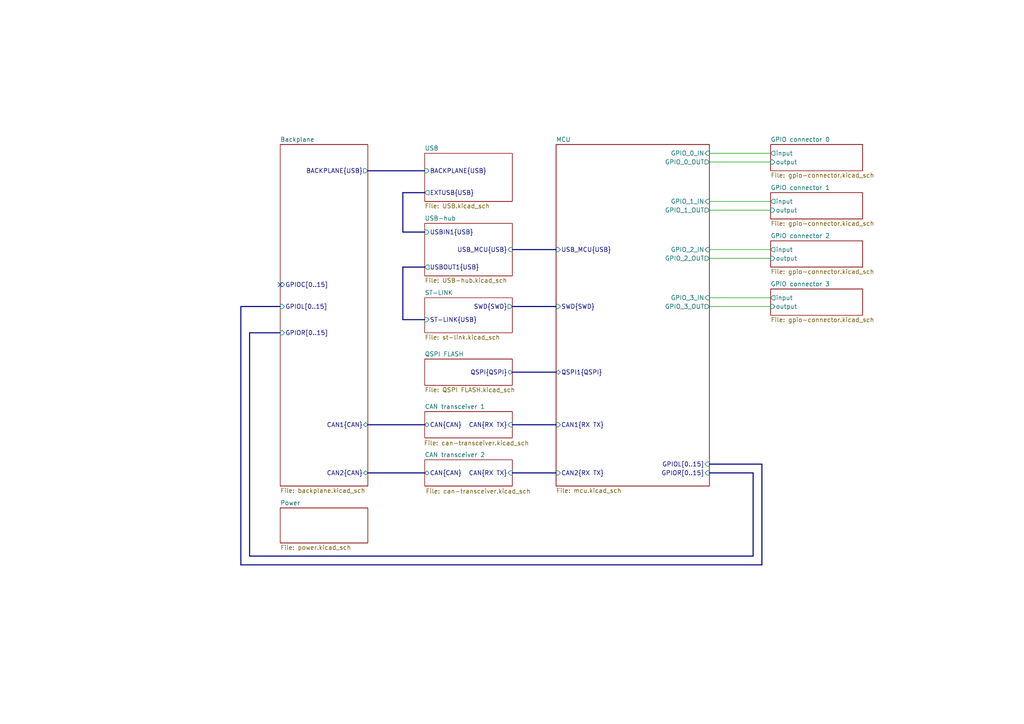
<source format=kicad_sch>
(kicad_sch
	(version 20250114)
	(generator "eeschema")
	(generator_version "9.0")
	(uuid "090a8e41-87a8-4fb1-998b-60a2c0dc4cee")
	(paper "A4")
	(title_block
		(title "ModuCard GPIO module")
		(date "2025-06-19")
		(rev "1.0.0")
		(company "KoNaR")
		(comment 1 "Base project authors: Dominik Pluta, Artem Horiunov")
		(comment 2 "Project author: Dominik Pluta")
	)
	(lib_symbols)
	(bus_alias "CAN"
		(members "+" "-")
	)
	(no_connect
		(at 81.28 82.55)
		(uuid "225d1b4d-20a1-48d7-98fe-8709d91fa2b8")
	)
	(bus
		(pts
			(xy 69.85 163.83) (xy 220.98 163.83)
		)
		(stroke
			(width 0)
			(type default)
		)
		(uuid "02224359-4c52-4ecd-b8cf-80f5431431bf")
	)
	(bus
		(pts
			(xy 220.98 134.62) (xy 205.74 134.62)
		)
		(stroke
			(width 0)
			(type default)
		)
		(uuid "0407d099-5494-4242-bda7-d7b7865a4e28")
	)
	(wire
		(pts
			(xy 205.74 86.36) (xy 223.52 86.36)
		)
		(stroke
			(width 0)
			(type default)
		)
		(uuid "045b8b70-60a3-4945-84d6-25a9eef5cf95")
	)
	(bus
		(pts
			(xy 123.19 77.47) (xy 116.84 77.47)
		)
		(stroke
			(width 0)
			(type default)
		)
		(uuid "088fd8c2-eebb-4af1-bbe0-793e15cd7b8f")
	)
	(wire
		(pts
			(xy 205.74 60.96) (xy 223.52 60.96)
		)
		(stroke
			(width 0)
			(type default)
		)
		(uuid "09da36c6-59f5-4537-8069-2872155750b9")
	)
	(bus
		(pts
			(xy 106.68 123.19) (xy 123.19 123.19)
		)
		(stroke
			(width 0)
			(type default)
		)
		(uuid "0b7c907d-f1c4-42f1-b83e-70387c7fa799")
	)
	(bus
		(pts
			(xy 148.59 72.39) (xy 161.29 72.39)
		)
		(stroke
			(width 0)
			(type default)
		)
		(uuid "0c1d7469-42a8-449b-8405-80a700e5dd75")
	)
	(bus
		(pts
			(xy 69.85 88.9) (xy 69.85 163.83)
		)
		(stroke
			(width 0)
			(type default)
		)
		(uuid "0ef48373-029c-47e2-8d0d-b3f741625071")
	)
	(bus
		(pts
			(xy 218.44 137.16) (xy 218.44 161.29)
		)
		(stroke
			(width 0)
			(type default)
		)
		(uuid "360e8c43-e525-45cb-930f-6d67e32926a5")
	)
	(bus
		(pts
			(xy 123.19 55.88) (xy 116.84 55.88)
		)
		(stroke
			(width 0)
			(type default)
		)
		(uuid "3922af01-4562-42b3-9ff2-97c27f6880db")
	)
	(wire
		(pts
			(xy 205.74 58.42) (xy 223.52 58.42)
		)
		(stroke
			(width 0)
			(type default)
		)
		(uuid "395014b2-282e-4a1c-856b-535b688eb1b1")
	)
	(bus
		(pts
			(xy 106.68 49.53) (xy 123.19 49.53)
		)
		(stroke
			(width 0)
			(type default)
		)
		(uuid "42069d11-2d8b-4c0c-a1bb-3e4cb654db23")
	)
	(bus
		(pts
			(xy 218.44 161.29) (xy 72.39 161.29)
		)
		(stroke
			(width 0)
			(type default)
		)
		(uuid "47e5007a-fe09-44e3-ab94-34344dce8e09")
	)
	(wire
		(pts
			(xy 205.74 88.9) (xy 223.52 88.9)
		)
		(stroke
			(width 0)
			(type default)
		)
		(uuid "4d34226d-9672-456c-9e51-9362fe3eb170")
	)
	(wire
		(pts
			(xy 205.74 46.99) (xy 223.52 46.99)
		)
		(stroke
			(width 0)
			(type default)
		)
		(uuid "6740cc8c-8f1f-4a92-bb71-c26ae9ded073")
	)
	(bus
		(pts
			(xy 220.98 163.83) (xy 220.98 134.62)
		)
		(stroke
			(width 0)
			(type default)
		)
		(uuid "74669b8b-183d-4ad0-af1e-650efb70d903")
	)
	(bus
		(pts
			(xy 148.59 137.16) (xy 161.29 137.16)
		)
		(stroke
			(width 0)
			(type default)
		)
		(uuid "7ffc347e-25a7-4285-8492-119d5028459a")
	)
	(wire
		(pts
			(xy 205.74 72.39) (xy 223.52 72.39)
		)
		(stroke
			(width 0)
			(type default)
		)
		(uuid "84204010-e211-4441-bb7f-bfa229bfd576")
	)
	(bus
		(pts
			(xy 81.28 88.9) (xy 69.85 88.9)
		)
		(stroke
			(width 0)
			(type default)
		)
		(uuid "abbcdc94-638f-4188-a649-4c38cf8a9e0f")
	)
	(bus
		(pts
			(xy 72.39 161.29) (xy 72.39 96.52)
		)
		(stroke
			(width 0)
			(type default)
		)
		(uuid "af8fd581-2ac2-4b87-b897-780787ca2c73")
	)
	(bus
		(pts
			(xy 218.44 137.16) (xy 205.74 137.16)
		)
		(stroke
			(width 0)
			(type default)
		)
		(uuid "bcfd89d2-80c6-4084-9b18-34dde1bce0ab")
	)
	(bus
		(pts
			(xy 148.59 107.95) (xy 161.29 107.95)
		)
		(stroke
			(width 0)
			(type default)
		)
		(uuid "bf0de6b0-0fc9-4b0f-912e-193053f69f46")
	)
	(bus
		(pts
			(xy 116.84 92.71) (xy 123.19 92.71)
		)
		(stroke
			(width 0)
			(type default)
		)
		(uuid "c7a70df5-1b4b-46c9-a0b5-092a546e1998")
	)
	(bus
		(pts
			(xy 106.68 137.16) (xy 123.19 137.16)
		)
		(stroke
			(width 0)
			(type default)
		)
		(uuid "c8659fb4-8309-4884-99fe-e479e3dbee23")
	)
	(bus
		(pts
			(xy 72.39 96.52) (xy 81.28 96.52)
		)
		(stroke
			(width 0)
			(type default)
		)
		(uuid "ca4a4443-67f4-4f91-9b15-421783a9f253")
	)
	(bus
		(pts
			(xy 116.84 55.88) (xy 116.84 67.31)
		)
		(stroke
			(width 0)
			(type default)
		)
		(uuid "d346c99e-d019-4069-bd82-8cd62f31a854")
	)
	(bus
		(pts
			(xy 116.84 67.31) (xy 123.19 67.31)
		)
		(stroke
			(width 0)
			(type default)
		)
		(uuid "d483e764-8507-449d-983b-24a260b85a68")
	)
	(bus
		(pts
			(xy 148.59 88.9) (xy 161.29 88.9)
		)
		(stroke
			(width 0)
			(type default)
		)
		(uuid "e0896ddb-f544-4d74-9e0f-10bfadbbdd75")
	)
	(wire
		(pts
			(xy 205.74 44.45) (xy 223.52 44.45)
		)
		(stroke
			(width 0)
			(type default)
		)
		(uuid "e372da7b-2435-41d9-b7df-1ce299d1debc")
	)
	(bus
		(pts
			(xy 148.59 123.19) (xy 161.29 123.19)
		)
		(stroke
			(width 0)
			(type default)
		)
		(uuid "ef28c418-2b23-4a89-a4bc-eaba24d2bbc8")
	)
	(bus
		(pts
			(xy 116.84 77.47) (xy 116.84 92.71)
		)
		(stroke
			(width 0)
			(type default)
		)
		(uuid "f1a21ac5-05c7-4b93-b021-879868b83e38")
	)
	(wire
		(pts
			(xy 205.74 74.93) (xy 223.52 74.93)
		)
		(stroke
			(width 0)
			(type default)
		)
		(uuid "fefc92a3-0052-4513-9b49-ecef89479cdf")
	)
	(sheet
		(at 123.19 133.35)
		(size 25.4 7.62)
		(exclude_from_sim no)
		(in_bom yes)
		(on_board yes)
		(dnp no)
		(stroke
			(width 0.1524)
			(type solid)
		)
		(fill
			(color 0 0 0 0.0000)
		)
		(uuid "0158e235-e8c1-4e7e-a900-a22642d17049")
		(property "Sheetname" "CAN transceiver 2"
			(at 123.19 132.6384 0)
			(effects
				(font
					(size 1.27 1.27)
				)
				(justify left bottom)
			)
		)
		(property "Sheetfile" "can-transceiver.kicad_sch"
			(at 123.444 141.732 0)
			(effects
				(font
					(size 1.27 1.27)
				)
				(justify left top)
			)
		)
		(pin "CAN{RX TX}" input
			(at 148.59 137.16 0)
			(uuid "4671fdb0-d0e0-441d-8d1d-4860636d85e9")
			(effects
				(font
					(size 1.27 1.27)
				)
				(justify right)
			)
		)
		(pin "CAN{CAN}" bidirectional
			(at 123.19 137.16 180)
			(uuid "858eda0b-4235-4ae8-86e3-335d4ad9a1da")
			(effects
				(font
					(size 1.27 1.27)
				)
				(justify left)
			)
		)
		(instances
			(project "gpio-module"
				(path "/090a8e41-87a8-4fb1-998b-60a2c0dc4cee"
					(page "6")
				)
			)
		)
	)
	(sheet
		(at 223.52 55.88)
		(size 26.67 7.62)
		(exclude_from_sim no)
		(in_bom yes)
		(on_board yes)
		(dnp no)
		(fields_autoplaced yes)
		(stroke
			(width 0.1524)
			(type solid)
		)
		(fill
			(color 0 0 0 0.0000)
		)
		(uuid "2eacc112-c748-4514-8f19-54a63b484540")
		(property "Sheetname" "GPIO connector 1"
			(at 223.52 55.1684 0)
			(effects
				(font
					(size 1.27 1.27)
				)
				(justify left bottom)
			)
		)
		(property "Sheetfile" "gpio-connector.kicad_sch"
			(at 223.52 64.0846 0)
			(effects
				(font
					(size 1.27 1.27)
				)
				(justify left top)
			)
		)
		(pin "output" input
			(at 223.52 60.96 180)
			(uuid "d69357fd-8b72-4bca-be4d-7491adc21a71")
			(effects
				(font
					(size 1.27 1.27)
				)
				(justify left)
			)
		)
		(pin "input" output
			(at 223.52 58.42 180)
			(uuid "23cd9c84-be67-41d9-bba2-8696fd310b3f")
			(effects
				(font
					(size 1.27 1.27)
				)
				(justify left)
			)
		)
		(instances
			(project "gpio-module"
				(path "/090a8e41-87a8-4fb1-998b-60a2c0dc4cee"
					(page "13")
				)
			)
		)
	)
	(sheet
		(at 223.52 83.82)
		(size 26.67 7.62)
		(exclude_from_sim no)
		(in_bom yes)
		(on_board yes)
		(dnp no)
		(fields_autoplaced yes)
		(stroke
			(width 0.1524)
			(type solid)
		)
		(fill
			(color 0 0 0 0.0000)
		)
		(uuid "3ce14170-f6f1-4e98-bfea-8e2751441f01")
		(property "Sheetname" "GPIO connector 3"
			(at 223.52 83.1084 0)
			(effects
				(font
					(size 1.27 1.27)
				)
				(justify left bottom)
			)
		)
		(property "Sheetfile" "gpio-connector.kicad_sch"
			(at 223.52 92.0246 0)
			(effects
				(font
					(size 1.27 1.27)
				)
				(justify left top)
			)
		)
		(pin "output" input
			(at 223.52 88.9 180)
			(uuid "a4a5c8b5-5b16-4a40-ac12-32558c66a982")
			(effects
				(font
					(size 1.27 1.27)
				)
				(justify left)
			)
		)
		(pin "input" output
			(at 223.52 86.36 180)
			(uuid "22dd4fb2-e168-42ac-8a93-e7af8296bdc5")
			(effects
				(font
					(size 1.27 1.27)
				)
				(justify left)
			)
		)
		(instances
			(project "gpio-module"
				(path "/090a8e41-87a8-4fb1-998b-60a2c0dc4cee"
					(page "17")
				)
			)
		)
	)
	(sheet
		(at 81.28 147.32)
		(size 25.4 10.16)
		(exclude_from_sim no)
		(in_bom yes)
		(on_board yes)
		(dnp no)
		(fields_autoplaced yes)
		(stroke
			(width 0.1524)
			(type solid)
		)
		(fill
			(color 0 0 0 0.0000)
		)
		(uuid "3f372eb1-53a4-4b00-8846-6751dd401eeb")
		(property "Sheetname" "Power"
			(at 81.28 146.6084 0)
			(effects
				(font
					(size 1.27 1.27)
				)
				(justify left bottom)
			)
		)
		(property "Sheetfile" "power.kicad_sch"
			(at 81.28 158.0646 0)
			(effects
				(font
					(size 1.27 1.27)
				)
				(justify left top)
			)
		)
		(instances
			(project "gpio-module"
				(path "/090a8e41-87a8-4fb1-998b-60a2c0dc4cee"
					(page "3")
				)
			)
		)
	)
	(sheet
		(at 123.19 119.38)
		(size 25.4 7.62)
		(exclude_from_sim no)
		(in_bom yes)
		(on_board yes)
		(dnp no)
		(stroke
			(width 0.1524)
			(type solid)
		)
		(fill
			(color 0 0 0 0.0000)
		)
		(uuid "3f4a4c31-63d6-4264-8452-81b45fffd897")
		(property "Sheetname" "CAN transceiver 1"
			(at 123.19 118.6684 0)
			(effects
				(font
					(size 1.27 1.27)
				)
				(justify left bottom)
			)
		)
		(property "Sheetfile" "can-transceiver.kicad_sch"
			(at 122.936 127.762 0)
			(effects
				(font
					(size 1.27 1.27)
				)
				(justify left top)
			)
		)
		(pin "CAN{RX TX}" input
			(at 148.59 123.19 0)
			(uuid "2ad324a7-4e76-4def-a2aa-f7156431611c")
			(effects
				(font
					(size 1.27 1.27)
				)
				(justify right)
			)
		)
		(pin "CAN{CAN}" bidirectional
			(at 123.19 123.19 180)
			(uuid "dd8404cf-fd75-41cc-aa36-6f2c3a0e4af5")
			(effects
				(font
					(size 1.27 1.27)
				)
				(justify left)
			)
		)
		(instances
			(project "gpio-module"
				(path "/090a8e41-87a8-4fb1-998b-60a2c0dc4cee"
					(page "5")
				)
			)
		)
	)
	(sheet
		(at 223.52 41.91)
		(size 26.67 7.62)
		(exclude_from_sim no)
		(in_bom yes)
		(on_board yes)
		(dnp no)
		(fields_autoplaced yes)
		(stroke
			(width 0.1524)
			(type solid)
		)
		(fill
			(color 0 0 0 0.0000)
		)
		(uuid "482f7d0c-144a-4b8c-8f49-834e199b564c")
		(property "Sheetname" "GPIO connector 0"
			(at 223.52 41.1984 0)
			(effects
				(font
					(size 1.27 1.27)
				)
				(justify left bottom)
			)
		)
		(property "Sheetfile" "gpio-connector.kicad_sch"
			(at 223.52 50.1146 0)
			(effects
				(font
					(size 1.27 1.27)
				)
				(justify left top)
			)
		)
		(pin "output" input
			(at 223.52 46.99 180)
			(uuid "211a39d3-e1e0-435f-92b1-34e5c2904a89")
			(effects
				(font
					(size 1.27 1.27)
				)
				(justify left)
			)
		)
		(pin "input" output
			(at 223.52 44.45 180)
			(uuid "83fc0706-0331-4626-8839-c486a2af9859")
			(effects
				(font
					(size 1.27 1.27)
				)
				(justify left)
			)
		)
		(instances
			(project "gpio-module"
				(path "/090a8e41-87a8-4fb1-998b-60a2c0dc4cee"
					(page "11")
				)
			)
		)
	)
	(sheet
		(at 223.52 69.85)
		(size 26.67 7.62)
		(exclude_from_sim no)
		(in_bom yes)
		(on_board yes)
		(dnp no)
		(fields_autoplaced yes)
		(stroke
			(width 0.1524)
			(type solid)
		)
		(fill
			(color 0 0 0 0.0000)
		)
		(uuid "8f334819-7829-459d-a376-c28f1c3582e9")
		(property "Sheetname" "GPIO connector 2"
			(at 223.52 69.1384 0)
			(effects
				(font
					(size 1.27 1.27)
				)
				(justify left bottom)
			)
		)
		(property "Sheetfile" "gpio-connector.kicad_sch"
			(at 223.52 78.0546 0)
			(effects
				(font
					(size 1.27 1.27)
				)
				(justify left top)
			)
		)
		(pin "output" input
			(at 223.52 74.93 180)
			(uuid "9b74539a-258c-4030-9c4f-089dc480bb73")
			(effects
				(font
					(size 1.27 1.27)
				)
				(justify left)
			)
		)
		(pin "input" output
			(at 223.52 72.39 180)
			(uuid "6336d0c5-e959-4288-9eb6-0d4c44e854b4")
			(effects
				(font
					(size 1.27 1.27)
				)
				(justify left)
			)
		)
		(instances
			(project "gpio-module"
				(path "/090a8e41-87a8-4fb1-998b-60a2c0dc4cee"
					(page "15")
				)
			)
		)
	)
	(sheet
		(at 123.19 44.45)
		(size 25.4 13.97)
		(exclude_from_sim no)
		(in_bom yes)
		(on_board yes)
		(dnp no)
		(fields_autoplaced yes)
		(stroke
			(width 0.1524)
			(type solid)
		)
		(fill
			(color 0 0 0 0.0000)
		)
		(uuid "8fd5ae83-0658-4178-9e81-18085647e2bb")
		(property "Sheetname" "USB"
			(at 123.19 43.7384 0)
			(effects
				(font
					(size 1.27 1.27)
				)
				(justify left bottom)
			)
		)
		(property "Sheetfile" "USB.kicad_sch"
			(at 123.19 59.0046 0)
			(effects
				(font
					(size 1.27 1.27)
				)
				(justify left top)
			)
		)
		(pin "BACKPLANE{USB}" input
			(at 123.19 49.53 180)
			(uuid "49cd1327-0574-4555-b98d-686ad06add1f")
			(effects
				(font
					(size 1.27 1.27)
				)
				(justify left)
			)
		)
		(pin "EXTUSB{USB}" output
			(at 123.19 55.88 180)
			(uuid "c146d2d2-99d4-47de-b999-c91753c99574")
			(effects
				(font
					(size 1.27 1.27)
				)
				(justify left)
			)
		)
		(instances
			(project "gpio-module"
				(path "/090a8e41-87a8-4fb1-998b-60a2c0dc4cee"
					(page "8")
				)
			)
		)
	)
	(sheet
		(at 161.29 41.91)
		(size 44.45 99.06)
		(exclude_from_sim no)
		(in_bom yes)
		(on_board yes)
		(dnp no)
		(fields_autoplaced yes)
		(stroke
			(width 0.1524)
			(type solid)
		)
		(fill
			(color 0 0 0 0.0000)
		)
		(uuid "ae074854-c02c-496b-964f-ecb8956e53f8")
		(property "Sheetname" "MCU"
			(at 161.29 41.1984 0)
			(effects
				(font
					(size 1.27 1.27)
				)
				(justify left bottom)
			)
		)
		(property "Sheetfile" "mcu.kicad_sch"
			(at 161.29 141.5546 0)
			(effects
				(font
					(size 1.27 1.27)
				)
				(justify left top)
			)
		)
		(pin "QSPI1{QSPI}" bidirectional
			(at 161.29 107.95 180)
			(uuid "0a967f7e-bc5a-4548-8588-a3f32ad6b6f8")
			(effects
				(font
					(size 1.27 1.27)
				)
				(justify left)
			)
		)
		(pin "CAN2{RX TX}" input
			(at 161.29 137.16 180)
			(uuid "8c8ec780-1712-44db-9376-b03ba592cd9d")
			(effects
				(font
					(size 1.27 1.27)
				)
				(justify left)
			)
		)
		(pin "CAN1{RX TX}" input
			(at 161.29 123.19 180)
			(uuid "f0869290-4d95-416e-9491-be40cdf216cd")
			(effects
				(font
					(size 1.27 1.27)
				)
				(justify left)
			)
		)
		(pin "SWD{SWD}" input
			(at 161.29 88.9 180)
			(uuid "b5a0d17e-17b9-488f-996c-746b62a94522")
			(effects
				(font
					(size 1.27 1.27)
				)
				(justify left)
			)
		)
		(pin "USB_MCU{USB}" input
			(at 161.29 72.39 180)
			(uuid "39375a4c-9c10-4301-9b74-766af280eb37")
			(effects
				(font
					(size 1.27 1.27)
				)
				(justify left)
			)
		)
		(pin "GPIOL[0..15]" input
			(at 205.74 134.62 0)
			(uuid "00f68601-b8a0-40d7-b4cb-85d036b5fe1f")
			(effects
				(font
					(size 1.27 1.27)
				)
				(justify right)
			)
		)
		(pin "GPIOR[0..15]" input
			(at 205.74 137.16 0)
			(uuid "c758514c-4cd3-4a7b-bfa1-2de7ddca076b")
			(effects
				(font
					(size 1.27 1.27)
				)
				(justify right)
			)
		)
		(pin "GPIO_0_IN" input
			(at 205.74 44.45 0)
			(uuid "34430c20-57dc-49ca-801b-a71214172ea6")
			(effects
				(font
					(size 1.27 1.27)
				)
				(justify right)
			)
		)
		(pin "GPIO_0_OUT" output
			(at 205.74 46.99 0)
			(uuid "9d43396b-6775-463f-821b-7023d33f963c")
			(effects
				(font
					(size 1.27 1.27)
				)
				(justify right)
			)
		)
		(pin "GPIO_1_IN" input
			(at 205.74 58.42 0)
			(uuid "dd170867-4956-47ce-9b86-d03606e51108")
			(effects
				(font
					(size 1.27 1.27)
				)
				(justify right)
			)
		)
		(pin "GPIO_1_OUT" output
			(at 205.74 60.96 0)
			(uuid "3ba1ead5-554f-419e-bfc4-8bc2c254745d")
			(effects
				(font
					(size 1.27 1.27)
				)
				(justify right)
			)
		)
		(pin "GPIO_2_IN" input
			(at 205.74 72.39 0)
			(uuid "c187457d-8a99-424b-9fd7-18f10f293d64")
			(effects
				(font
					(size 1.27 1.27)
				)
				(justify right)
			)
		)
		(pin "GPIO_2_OUT" output
			(at 205.74 74.93 0)
			(uuid "dab212d3-0c1c-47e5-a013-92504600c757")
			(effects
				(font
					(size 1.27 1.27)
				)
				(justify right)
			)
		)
		(pin "GPIO_3_IN" input
			(at 205.74 86.36 0)
			(uuid "66e72880-e007-4db1-ab43-8d9eeff322d0")
			(effects
				(font
					(size 1.27 1.27)
				)
				(justify right)
			)
		)
		(pin "GPIO_3_OUT" output
			(at 205.74 88.9 0)
			(uuid "d3f2952f-7b48-4f77-8379-2cffd58cf304")
			(effects
				(font
					(size 1.27 1.27)
				)
				(justify right)
			)
		)
		(instances
			(project "gpio-module"
				(path "/090a8e41-87a8-4fb1-998b-60a2c0dc4cee"
					(page "4")
				)
			)
		)
	)
	(sheet
		(at 123.19 64.77)
		(size 25.4 15.24)
		(exclude_from_sim no)
		(in_bom yes)
		(on_board yes)
		(dnp no)
		(fields_autoplaced yes)
		(stroke
			(width 0.1524)
			(type solid)
		)
		(fill
			(color 0 0 0 0.0000)
		)
		(uuid "c4e62f69-aed8-45c4-bc74-414bd9b2dcad")
		(property "Sheetname" "USB-hub"
			(at 123.19 64.0584 0)
			(effects
				(font
					(size 1.27 1.27)
				)
				(justify left bottom)
			)
		)
		(property "Sheetfile" "USB-hub.kicad_sch"
			(at 123.19 80.5946 0)
			(effects
				(font
					(size 1.27 1.27)
				)
				(justify left top)
			)
		)
		(pin "USBIN1{USB}" input
			(at 123.19 67.31 180)
			(uuid "70ba8c34-1228-4bf6-9d23-9d1360b2bc8c")
			(effects
				(font
					(size 1.27 1.27)
				)
				(justify left)
			)
		)
		(pin "USBOUT1{USB}" output
			(at 123.19 77.47 180)
			(uuid "bc0f17fd-1568-4cfd-a9dc-839741c5fc8e")
			(effects
				(font
					(size 1.27 1.27)
				)
				(justify left)
			)
		)
		(pin "USB_MCU{USB}" input
			(at 148.59 72.39 0)
			(uuid "0c956685-101a-4f07-b7bf-c720f0663eeb")
			(effects
				(font
					(size 1.27 1.27)
				)
				(justify right)
			)
		)
		(instances
			(project "gpio-module"
				(path "/090a8e41-87a8-4fb1-998b-60a2c0dc4cee"
					(page "9")
				)
			)
		)
	)
	(sheet
		(at 123.19 104.14)
		(size 25.4 7.62)
		(exclude_from_sim no)
		(in_bom yes)
		(on_board yes)
		(dnp no)
		(fields_autoplaced yes)
		(stroke
			(width 0.1524)
			(type solid)
		)
		(fill
			(color 0 0 0 0.0000)
		)
		(uuid "e8ac371f-5104-4cae-bf76-5dce1f5864c3")
		(property "Sheetname" "QSPI FLASH"
			(at 123.19 103.4284 0)
			(effects
				(font
					(size 1.27 1.27)
				)
				(justify left bottom)
			)
		)
		(property "Sheetfile" "QSPI FLASH.kicad_sch"
			(at 123.19 112.3446 0)
			(effects
				(font
					(size 1.27 1.27)
				)
				(justify left top)
			)
		)
		(pin "QSPI{QSPI}" bidirectional
			(at 148.59 107.95 0)
			(uuid "443041a0-7600-4d4d-a6ad-970474c79d47")
			(effects
				(font
					(size 1.27 1.27)
				)
				(justify right)
			)
		)
		(instances
			(project "gpio-module"
				(path "/090a8e41-87a8-4fb1-998b-60a2c0dc4cee"
					(page "10")
				)
			)
		)
	)
	(sheet
		(at 123.19 86.36)
		(size 25.4 10.16)
		(exclude_from_sim no)
		(in_bom yes)
		(on_board yes)
		(dnp no)
		(fields_autoplaced yes)
		(stroke
			(width 0.1524)
			(type solid)
		)
		(fill
			(color 0 0 0 0.0000)
		)
		(uuid "ed5910e5-42de-4923-b023-9e23a66937d0")
		(property "Sheetname" "ST-LINK"
			(at 123.19 85.6484 0)
			(effects
				(font
					(size 1.27 1.27)
				)
				(justify left bottom)
			)
		)
		(property "Sheetfile" "st-link.kicad_sch"
			(at 123.19 97.1046 0)
			(effects
				(font
					(size 1.27 1.27)
				)
				(justify left top)
			)
		)
		(pin "ST-LINK{USB}" input
			(at 123.19 92.71 180)
			(uuid "1f8bebf7-2c7a-401d-bf5b-ddb1b2e1fa68")
			(effects
				(font
					(size 1.27 1.27)
				)
				(justify left)
			)
		)
		(pin "SWD{SWD}" output
			(at 148.59 88.9 0)
			(uuid "b44b70df-07dc-4cd8-a434-5c68d0d5ae9b")
			(effects
				(font
					(size 1.27 1.27)
				)
				(justify right)
			)
		)
		(instances
			(project "gpio-module"
				(path "/090a8e41-87a8-4fb1-998b-60a2c0dc4cee"
					(page "7")
				)
			)
		)
	)
	(sheet
		(at 81.28 41.91)
		(size 25.4 99.06)
		(exclude_from_sim no)
		(in_bom yes)
		(on_board yes)
		(dnp no)
		(fields_autoplaced yes)
		(stroke
			(width 0.1524)
			(type solid)
		)
		(fill
			(color 0 0 0 0.0000)
		)
		(uuid "ff3476d7-2f10-4f79-9864-988601c7ce1b")
		(property "Sheetname" "Backplane"
			(at 81.28 41.1984 0)
			(effects
				(font
					(size 1.27 1.27)
				)
				(justify left bottom)
			)
		)
		(property "Sheetfile" "backplane.kicad_sch"
			(at 81.28 141.5546 0)
			(effects
				(font
					(size 1.27 1.27)
				)
				(justify left top)
			)
		)
		(pin "GPIOC[0..15]" input
			(at 81.28 82.55 180)
			(uuid "590059fb-ce6b-4594-a8d9-5ea16c12e994")
			(effects
				(font
					(size 1.27 1.27)
				)
				(justify left)
			)
		)
		(pin "GPIOL[0..15]" input
			(at 81.28 88.9 180)
			(uuid "1244bff8-cc00-45c3-ad70-38099735e42f")
			(effects
				(font
					(size 1.27 1.27)
				)
				(justify left)
			)
		)
		(pin "GPIOR[0..15]" input
			(at 81.28 96.52 180)
			(uuid "78f6447e-cc35-4bff-9181-e28e763cd973")
			(effects
				(font
					(size 1.27 1.27)
				)
				(justify left)
			)
		)
		(pin "CAN1{CAN}" bidirectional
			(at 106.68 123.19 0)
			(uuid "f5cc3410-a9f9-4327-97b1-b02ad5c607a0")
			(effects
				(font
					(size 1.27 1.27)
				)
				(justify right)
			)
		)
		(pin "CAN2{CAN}" bidirectional
			(at 106.68 137.16 0)
			(uuid "1bb521b1-9157-430e-bc39-7309cc0c519b")
			(effects
				(font
					(size 1.27 1.27)
				)
				(justify right)
			)
		)
		(pin "BACKPLANE{USB}" output
			(at 106.68 49.53 0)
			(uuid "de418b66-6533-4278-9c6e-995fea317169")
			(effects
				(font
					(size 1.27 1.27)
				)
				(justify right)
			)
		)
		(instances
			(project "gpio-module"
				(path "/090a8e41-87a8-4fb1-998b-60a2c0dc4cee"
					(page "2")
				)
			)
		)
	)
	(sheet_instances
		(path "/"
			(page "1")
		)
	)
	(embedded_fonts no)
)

</source>
